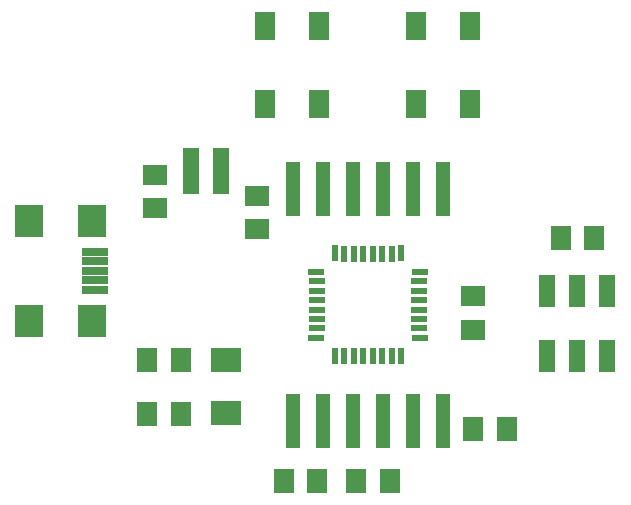
<source format=gts>
G75*
%MOIN*%
%OFA0B0*%
%FSLAX25Y25*%
%IPPOS*%
%LPD*%
%AMOC8*
5,1,8,0,0,1.08239X$1,22.5*
%
%ADD10R,0.10200X0.08300*%
%ADD11R,0.07099X0.07898*%
%ADD12R,0.07898X0.07099*%
%ADD13R,0.06800X0.09800*%
%ADD14R,0.05200X0.02200*%
%ADD15R,0.05800X0.02200*%
%ADD16R,0.02200X0.05200*%
%ADD17R,0.02200X0.05800*%
%ADD18R,0.02180X0.05800*%
%ADD19R,0.05800X0.10800*%
%ADD20R,0.04800X0.18300*%
%ADD21R,0.09461X0.10643*%
%ADD22R,0.08674X0.02769*%
%ADD23R,0.05800X0.15800*%
D10*
X0078914Y0035257D03*
X0078914Y0052957D03*
D11*
X0052465Y0035157D03*
X0063662Y0035157D03*
X0063712Y0053057D03*
X0052515Y0053057D03*
X0098055Y0012857D03*
X0109252Y0012857D03*
X0122255Y0012667D03*
X0133452Y0012667D03*
X0161255Y0030027D03*
X0172452Y0030027D03*
X0190336Y0093546D03*
X0201532Y0093546D03*
D12*
X0161183Y0074395D03*
X0161183Y0063198D03*
X0089134Y0096618D03*
X0089134Y0107815D03*
X0055213Y0103598D03*
X0055213Y0114795D03*
D13*
X0091954Y0138247D03*
X0109954Y0138247D03*
X0109954Y0164247D03*
X0091954Y0164247D03*
X0142034Y0164227D03*
X0160034Y0164227D03*
X0160034Y0138227D03*
X0142034Y0138227D03*
D14*
X0143364Y0082461D03*
X0143364Y0060413D03*
X0108964Y0060413D03*
X0108964Y0082461D03*
D15*
X0109264Y0079311D03*
X0109264Y0076161D03*
X0109264Y0073012D03*
X0109264Y0069862D03*
X0109264Y0066712D03*
X0109264Y0063563D03*
X0143064Y0063563D03*
X0143064Y0066712D03*
X0143064Y0069862D03*
X0143064Y0073012D03*
X0143064Y0076161D03*
X0143064Y0079311D03*
D16*
X0137187Y0088637D03*
X0115140Y0088637D03*
X0115140Y0054237D03*
X0137187Y0054237D03*
D17*
X0134038Y0054537D03*
X0130888Y0054537D03*
X0118290Y0054537D03*
X0118290Y0088337D03*
X0130888Y0088337D03*
X0134038Y0088337D03*
D18*
X0127739Y0088337D03*
X0124589Y0088337D03*
X0121439Y0088337D03*
X0121439Y0054537D03*
X0124589Y0054537D03*
X0127739Y0054537D03*
D19*
X0185864Y0054497D03*
X0195864Y0054497D03*
X0205864Y0054497D03*
X0205864Y0075993D03*
X0195864Y0075993D03*
X0185864Y0075993D03*
D20*
X0151164Y0110187D03*
X0141164Y0110187D03*
X0131164Y0110187D03*
X0121164Y0110187D03*
X0111164Y0110187D03*
X0101164Y0110187D03*
X0101164Y0032687D03*
X0111164Y0032687D03*
X0121164Y0032687D03*
X0131164Y0032687D03*
X0141164Y0032687D03*
X0151164Y0032687D03*
D21*
X0034078Y0066191D03*
X0013211Y0066191D03*
X0013211Y0099262D03*
X0034078Y0099262D03*
D22*
X0035062Y0089026D03*
X0035062Y0085876D03*
X0035062Y0082727D03*
X0035062Y0079577D03*
X0035062Y0076427D03*
D23*
X0067134Y0116197D03*
X0077134Y0116197D03*
M02*

</source>
